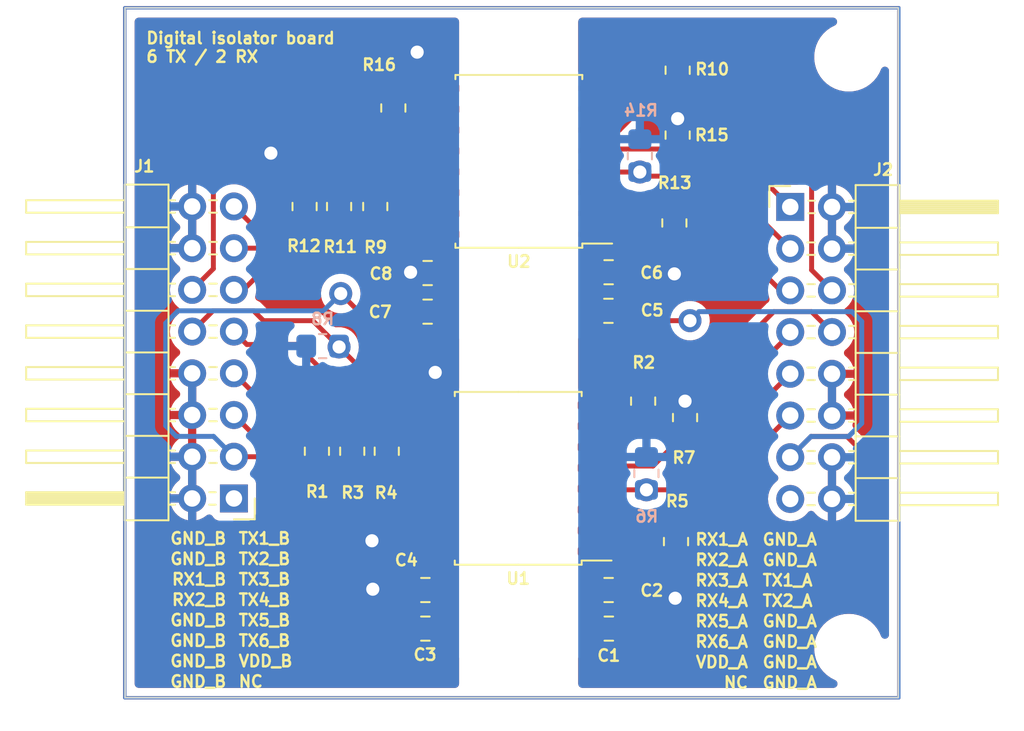
<source format=kicad_pcb>
(kicad_pcb (version 20211014) (generator pcbnew)
  (layers (0 "F.Cu" signal) (31 "B.Cu" signal) (34 "B.Paste" user) (35 "F.Paste" user) (36 "B.SilkS" user "B.Silkscreen") (37 "F.SilkS" user "F.Silkscreen") (38 "B.Mask" user) (39 "F.Mask" user) (44 "Edge.Cuts" user))
  (net 0 "")
  (net 1 "VDDA")
  (net 2 "GNDA")
  (net 3 "VDDB")
  (net 4 "GNDB")
  (net 5 "/TX1_B")
  (net 6 "/TX2_B")
  (net 7 "/TX3_B")
  (net 8 "/RX1_B")
  (net 9 "/TX4_B")
  (net 10 "/RX2_B")
  (net 11 "/TX5_B")
  (net 12 "/TX6_B")
  (net 13 "/RX6_A")
  (net 14 "/RX5_A")
  (net 15 "/RX4_A")
  (net 16 "/TX2_A")
  (net 17 "/RX3_A")
  (net 18 "/TX1_A")
  (net 19 "/RX2_A")
  (net 20 "/RX1_A")
  (net 21 "/adum241x1/TX1_B'")
  (net 22 "/adum241x1/TX1_A'")
  (net 23 "/adum241x1/TX2_B'")
  (net 24 "/adum241x1/TX3_B'")
  (net 25 "/adum241x/TX1_B'")
  (net 26 "/adum241x/TX1_A'")
  (net 27 "/adum241x/TX2_B'")
  (net 28 "/adum241x/TX3_B'")
  (footprint "MountingHole:MountingHole_3.2mm_M3" (layer "F.Cu") (at 119.76 70.7)
    (fp_text reference "H1" hide)
    (fp_text value "MountingHole")
    (pad "" np_thru_hole circle (at 0 0) (size 3.2 3.2) (drill 3.2) (layers *.Cu *.Mask))
  )
  (footprint "Package_SO:SOIC-16W_7.5x10.3mm_P1.27mm" (layer "F.Cu") (at 99.6875 41.05 180)
    (fp_text reference "U2" (at 0 -6.1) (layer "F.SilkS") (effects (font (size 0.7 0.7))))
    (fp_text value "ADuM1401xRW")
    (pad "1" smd roundrect (at -4.65 -4.445 180) (size 2.05 0.6) (layers "F.Cu" "F.Paste" "F.Mask") (net 1 "VDDA"))
    (pad "2" smd roundrect (at -4.65 -3.175 180) (size 2.05 0.6) (layers "F.Cu" "F.Paste" "F.Mask") (net 2 "GNDA"))
    (pad "3" smd roundrect (at -4.65 -1.905 180) (size 2.05 0.6) (layers "F.Cu" "F.Paste" "F.Mask") (net 17 "/RX3_A"))
    (pad "4" smd roundrect (at -4.65 -0.635 180) (size 2.05 0.6) (layers "F.Cu" "F.Paste" "F.Mask") (net 19 "/RX2_A"))
    (pad "5" smd roundrect (at -4.65 0.635 180) (size 2.05 0.6) (layers "F.Cu" "F.Paste" "F.Mask") (net 20 "/RX1_A"))
    (pad "6" smd roundrect (at -4.65 1.905 180) (size 2.05 0.6) (layers "F.Cu" "F.Paste" "F.Mask") (net 26 "/adum241x/TX1_A'"))
    (pad "7" smd roundrect (at -4.65 3.175 180) (size 2.05 0.6) (layers "F.Cu" "F.Paste" "F.Mask"))
    (pad "8" smd roundrect (at -4.65 4.445 180) (size 2.05 0.6) (layers "F.Cu" "F.Paste" "F.Mask") (net 2 "GNDA"))
    (pad "9" smd roundrect (at 4.65 4.445 180) (size 2.05 0.6) (layers "F.Cu" "F.Paste" "F.Mask") (net 4 "GNDB"))
    (pad "10" smd roundrect (at 4.65 3.175 180) (size 2.05 0.6) (layers "F.Cu" "F.Paste" "F.Mask"))
    (pad "11" smd roundrect (at 4.65 1.905 180) (size 2.05 0.6) (layers "F.Cu" "F.Paste" "F.Mask") (net 8 "/RX1_B"))
    (pad "12" smd roundrect (at 4.65 0.635 180) (size 2.05 0.6) (layers "F.Cu" "F.Paste" "F.Mask") (net 28 "/adum241x/TX3_B'"))
    (pad "13" smd roundrect (at 4.65 -0.635 180) (size 2.05 0.6) (layers "F.Cu" "F.Paste" "F.Mask") (net 27 "/adum241x/TX2_B'"))
    (pad "14" smd roundrect (at 4.65 -1.905 180) (size 2.05 0.6) (layers "F.Cu" "F.Paste" "F.Mask") (net 25 "/adum241x/TX1_B'"))
    (pad "15" smd roundrect (at 4.65 -3.175 180) (size 2.05 0.6) (layers "F.Cu" "F.Paste" "F.Mask") (net 4 "GNDB"))
    (pad "16" smd roundrect (at 4.65 -4.445 180) (size 2.05 0.6) (layers "F.Cu" "F.Paste" "F.Mask") (net 3 "VDDB"))
  )
  (footprint "Capacitor_SMD:C_0805_2012Metric_Pad1.18x1.45mm_HandSolder" (layer "F.Cu") (at 94.1375 50.2 180)
    (fp_text reference "C7" (at 2.8875 -0.02) (layer "F.SilkS") (effects (font (size 0.7 0.7))))
    (fp_text value "1uF")
    (pad "1" smd roundrect (at -1.0375 0 180) (size 1.175 1.45) (layers "F.Cu" "F.Paste" "F.Mask") (roundrect_rratio 0.212766) (net 3 "VDDB"))
    (pad "2" smd roundrect (at 1.0375 0 180) (size 1.175 1.45) (layers "F.Cu" "F.Paste" "F.Mask") (roundrect_rratio 0.212766) (net 4 "GNDB"))
  )
  (footprint "Resistor_SMD:R_0805_2012Metric_Pad1.20x1.40mm_HandSolder" (layer "F.Cu") (at 109.35 35.5 90)
    (fp_text reference "R10" (at 0.06 2.1 180) (layer "F.SilkS") (effects (font (size 0.7 0.7))))
    (fp_text value "47R")
    (pad "1" smd roundrect (at -1 0 90) (size 1.2 1.4) (layers "F.Cu" "F.Paste" "F.Mask") (roundrect_rratio 0.208333) (net 26 "/adum241x/TX1_A'"))
    (pad "2" smd roundrect (at 1 0 90) (size 1.2 1.4) (layers "F.Cu" "F.Paste" "F.Mask") (roundrect_rratio 0.208333) (net 18 "/TX1_A"))
  )
  (footprint "Resistor_SMD:R_0805_2012Metric_Pad1.20x1.40mm_HandSolder" (layer "F.Cu") (at 87.4 58.7 90)
    (fp_text reference "R1" (at -2.46 0.02 180) (layer "F.SilkS") (effects (font (size 0.7 0.7))))
    (fp_text value "47R")
    (pad "1" smd roundrect (at -1 0 90) (size 1.2 1.4) (layers "F.Cu" "F.Paste" "F.Mask") (roundrect_rratio 0.208333) (net 21 "/adum241x1/TX1_B'"))
    (pad "2" smd roundrect (at 1 0 90) (size 1.2 1.4) (layers "F.Cu" "F.Paste" "F.Mask") (roundrect_rratio 0.208333) (net 12 "/TX6_B"))
  )
  (footprint "Capacitor_SMD:C_0805_2012Metric_Pad1.18x1.45mm_HandSolder" (layer "F.Cu") (at 105.1375 50.15)
    (fp_text reference "C5" (at 2.6625 -0.03) (layer "F.SilkS") (effects (font (size 0.7 0.7))))
    (fp_text value "1uF")
    (pad "1" smd roundrect (at -1.0375 0) (size 1.175 1.45) (layers "F.Cu" "F.Paste" "F.Mask") (roundrect_rratio 0.212766) (net 1 "VDDA"))
    (pad "2" smd roundrect (at 1.0375 0) (size 1.175 1.45) (layers "F.Cu" "F.Paste" "F.Mask") (roundrect_rratio 0.212766) (net 2 "GNDA"))
  )
  (footprint "Connector_PinHeader_2.54mm:PinHeader_2x08_P2.54mm_Horizontal" (layer "F.Cu") (at 116.2 43.825)
    (fp_text reference "J2" (at 5.655 -2.27) (layer "F.SilkS") (effects (font (size 0.7 0.7))))
    (fp_text value "Conn_02x08_Odd_Even")
    (pad "1" thru_hole rect (at 0 0) (size 1.7 1.7) (drill 1) (layers *.Cu *.Mask) (net 20 "/RX1_A"))
    (pad "2" thru_hole oval (at 2.54 0) (size 1.7 1.7) (drill 1) (layers *.Cu *.Mask) (net 2 "GNDA"))
    (pad "3" thru_hole oval (at 0 2.54) (size 1.7 1.7) (drill 1) (layers *.Cu *.Mask) (net 19 "/RX2_A"))
    (pad "4" thru_hole oval (at 2.54 2.54) (size 1.7 1.7) (drill 1) (layers *.Cu *.Mask) (net 2 "GNDA"))
    (pad "5" thru_hole oval (at 0 5.08) (size 1.7 1.7) (drill 1) (layers *.Cu *.Mask) (net 17 "/RX3_A"))
    (pad "6" thru_hole oval (at 2.54 5.08) (size 1.7 1.7) (drill 1) (layers *.Cu *.Mask) (net 18 "/TX1_A"))
    (pad "7" thru_hole oval (at 0 7.62) (size 1.7 1.7) (drill 1) (layers *.Cu *.Mask) (net 15 "/RX4_A"))
    (pad "8" thru_hole oval (at 2.54 7.62) (size 1.7 1.7) (drill 1) (layers *.Cu *.Mask) (net 16 "/TX2_A"))
    (pad "9" thru_hole oval (at 0 10.16) (size 1.7 1.7) (drill 1) (layers *.Cu *.Mask) (net 14 "/RX5_A"))
    (pad "10" thru_hole oval (at 2.54 10.16) (size 1.7 1.7) (drill 1) (layers *.Cu *.Mask) (net 2 "GNDA"))
    (pad "11" thru_hole oval (at 0 12.7) (size 1.7 1.7) (drill 1) (layers *.Cu *.Mask) (net 13 "/RX6_A"))
    (pad "12" thru_hole oval (at 2.54 12.7) (size 1.7 1.7) (drill 1) (layers *.Cu *.Mask) (net 2 "GNDA"))
    (pad "13" thru_hole oval (at 0 15.24) (size 1.7 1.7) (drill 1) (layers *.Cu *.Mask) (net 1 "VDDA"))
    (pad "14" thru_hole oval (at 2.54 15.24) (size 1.7 1.7) (drill 1) (layers *.Cu *.Mask) (net 2 "GNDA"))
    (pad "15" thru_hole oval (at 0 17.78) (size 1.7 1.7) (drill 1) (layers *.Cu *.Mask))
    (pad "16" thru_hole oval (at 2.54 17.78) (size 1.7 1.7) (drill 1) (layers *.Cu *.Mask) (net 2 "GNDA"))
  )
  (footprint "Resistor_SMD:R_0805_2012Metric_Pad1.20x1.40mm_HandSolder" (layer "F.Cu") (at 88.75 43.8 -90)
    (fp_text reference "R11" (at 2.45 -0.07 180) (layer "F.SilkS") (effects (font (size 0.7 0.7))))
    (fp_text value "47R")
    (pad "1" smd roundrect (at -1 0 270) (size 1.2 1.4) (layers "F.Cu" "F.Paste" "F.Mask") (roundrect_rratio 0.208333) (net 27 "/adum241x/TX2_B'"))
    (pad "2" smd roundrect (at 1 0 270) (size 1.2 1.4) (layers "F.Cu" "F.Paste" "F.Mask") (roundrect_rratio 0.208333) (net 6 "/TX2_B"))
  )
  (footprint "Resistor_SMD:R_0805_2012Metric_Pad1.20x1.40mm_HandSolder" (layer "F.Cu") (at 109.8 56.65 90)
    (fp_text reference "R7" (at -2.44 -0.07) (layer "F.SilkS") (effects (font (size 0.7 0.7))))
    (fp_text value "100k")
    (pad "1" smd roundrect (at -1 0 90) (size 1.2 1.4) (layers "F.Cu" "F.Paste" "F.Mask") (roundrect_rratio 0.208333) (net 15 "/RX4_A"))
    (pad "2" smd roundrect (at 1 0 90) (size 1.2 1.4) (layers "F.Cu" "F.Paste" "F.Mask") (roundrect_rratio 0.208333) (net 2 "GNDA"))
  )
  (footprint "Capacitor_SMD:C_0805_2012Metric_Pad1.18x1.45mm_HandSolder" (layer "F.Cu") (at 94.1375 47.85 180)
    (fp_text reference "C8" (at 2.8375 -0.04) (layer "F.SilkS") (effects (font (size 0.7 0.7))))
    (fp_text value "100nF")
    (pad "1" smd roundrect (at -1.0375 0 180) (size 1.175 1.45) (layers "F.Cu" "F.Paste" "F.Mask") (roundrect_rratio 0.212766) (net 3 "VDDB"))
    (pad "2" smd roundrect (at 1.0375 0 180) (size 1.175 1.45) (layers "F.Cu" "F.Paste" "F.Mask") (roundrect_rratio 0.212766) (net 4 "GNDB"))
  )
  (footprint "Resistor_SMD:R_0805_2012Metric_Pad1.20x1.40mm_HandSolder" (layer "F.Cu") (at 89.55 58.7 90)
    (fp_text reference "R3" (at -2.52 0.03 180) (layer "F.SilkS") (effects (font (size 0.7 0.7))))
    (fp_text value "47R")
    (pad "1" smd roundrect (at -1 0 90) (size 1.2 1.4) (layers "F.Cu" "F.Paste" "F.Mask") (roundrect_rratio 0.208333) (net 23 "/adum241x1/TX2_B'"))
    (pad "2" smd roundrect (at 1 0 90) (size 1.2 1.4) (layers "F.Cu" "F.Paste" "F.Mask") (roundrect_rratio 0.208333) (net 11 "/TX5_B"))
  )
  (footprint "Capacitor_SMD:C_0805_2012Metric_Pad1.18x1.45mm_HandSolder" (layer "F.Cu") (at 105.15 67.15)
    (fp_text reference "C2" (at 2.63 0.03) (layer "F.SilkS") (effects (font (size 0.7 0.7))))
    (fp_text value "100nF")
    (pad "1" smd roundrect (at -1.0375 0) (size 1.175 1.45) (layers "F.Cu" "F.Paste" "F.Mask") (roundrect_rratio 0.212766) (net 1 "VDDA"))
    (pad "2" smd roundrect (at 1.0375 0) (size 1.175 1.45) (layers "F.Cu" "F.Paste" "F.Mask") (roundrect_rratio 0.212766) (net 2 "GNDA"))
  )
  (footprint "Resistor_SMD:R_0805_2012Metric_Pad1.20x1.40mm_HandSolder" (layer "F.Cu") (at 109.35 39.45 90)
    (fp_text reference "R15" (at 0 2.08 180) (layer "F.SilkS") (effects (font (size 0.7 0.7))))
    (fp_text value "100k")
    (pad "1" smd roundrect (at -1 0 90) (size 1.2 1.4) (layers "F.Cu" "F.Paste" "F.Mask") (roundrect_rratio 0.208333) (net 20 "/RX1_A"))
    (pad "2" smd roundrect (at 1 0 90) (size 1.2 1.4) (layers "F.Cu" "F.Paste" "F.Mask") (roundrect_rratio 0.208333) (net 2 "GNDA"))
  )
  (footprint "Connector_PinHeader_2.54mm:PinHeader_2x08_P2.54mm_Horizontal" (layer "F.Cu") (at 82.35 61.575 180)
    (fp_text reference "J1" (at 5.45 20.225) (layer "F.SilkS") (effects (font (size 0.7 0.7))))
    (fp_text value "Conn_02x08_Odd_Even")
    (pad "1" thru_hole rect (at 0 0 180) (size 1.7 1.7) (drill 1) (layers *.Cu *.Mask))
    (pad "2" thru_hole oval (at 2.54 0 180) (size 1.7 1.7) (drill 1) (layers *.Cu *.Mask) (net 4 "GNDB"))
    (pad "3" thru_hole oval (at 0 2.54 180) (size 1.7 1.7) (drill 1) (layers *.Cu *.Mask) (net 3 "VDDB"))
    (pad "4" thru_hole oval (at 2.54 2.54 180) (size 1.7 1.7) (drill 1) (layers *.Cu *.Mask) (net 4 "GNDB"))
    (pad "5" thru_hole oval (at 0 5.08 180) (size 1.7 1.7) (drill 1) (layers *.Cu *.Mask) (net 12 "/TX6_B"))
    (pad "6" thru_hole oval (at 2.54 5.08 180) (size 1.7 1.7) (drill 1) (layers *.Cu *.Mask) (net 4 "GNDB"))
    (pad "7" thru_hole oval (at 0 7.62 180) (size 1.7 1.7) (drill 1) (layers *.Cu *.Mask) (net 11 "/TX5_B"))
    (pad "8" thru_hole oval (at 2.54 7.62 180) (size 1.7 1.7) (drill 1) (layers *.Cu *.Mask) (net 4 "GNDB"))
    (pad "9" thru_hole oval (at 0 10.16 180) (size 1.7 1.7) (drill 1) (layers *.Cu *.Mask) (net 9 "/TX4_B"))
    (pad "10" thru_hole oval (at 2.54 10.16 180) (size 1.7 1.7) (drill 1) (layers *.Cu *.Mask) (net 10 "/RX2_B"))
    (pad "11" thru_hole oval (at 0 12.7 180) (size 1.7 1.7) (drill 1) (layers *.Cu *.Mask) (net 7 "/TX3_B"))
    (pad "12" thru_hole oval (at 2.54 12.7 180) (size 1.7 1.7) (drill 1) (layers *.Cu *.Mask) (net 8 "/RX1_B"))
    (pad "13" thru_hole oval (at 0 15.24 180) (size 1.7 1.7) (drill 1) (layers *.Cu *.Mask) (net 6 "/TX2_B"))
    (pad "14" thru_hole oval (at 2.54 15.24 180) (size 1.7 1.7) (drill 1) (layers *.Cu *.Mask) (net 4 "GNDB"))
    (pad "15" thru_hole oval (at 0 17.78 180) (size 1.7 1.7) (drill 1) (layers *.Cu *.Mask) (net 5 "/TX1_B"))
    (pad "16" thru_hole oval (at 2.54 17.78 180) (size 1.7 1.7) (drill 1) (layers *.Cu *.Mask) (net 4 "GNDB"))
  )
  (footprint "Resistor_SMD:R_0805_2012Metric_Pad1.20x1.40mm_HandSolder" (layer "F.Cu") (at 109.15 44.8 -90)
    (fp_text reference "R13" (at -2.44 -0.02 180) (layer "F.SilkS") (effects (font (size 0.7 0.7))))
    (fp_text value "100k")
    (pad "1" smd roundrect (at -1 0 270) (size 1.2 1.4) (layers "F.Cu" "F.Paste" "F.Mask") (roundrect_rratio 0.208333) (net 17 "/RX3_A"))
    (pad "2" smd roundrect (at 1 0 270) (size 1.2 1.4) (layers "F.Cu" "F.Paste" "F.Mask") (roundrect_rratio 0.208333) (net 2 "GNDA"))
  )
  (footprint "Package_SO:SOIC-16W_7.5x10.3mm_P1.27mm" (layer "F.Cu") (at 99.65 60.35 180)
    (fp_text reference "U1" (at 0 -6.1) (layer "F.SilkS") (effects (font (size 0.7 0.7))))
    (fp_text value "ADuM1401xRW")
    (pad "1" smd roundrect (at -4.65 -4.445 180) (size 2.05 0.6) (layers "F.Cu" "F.Paste" "F.Mask") (net 1 "VDDA"))
    (pad "2" smd roundrect (at -4.65 -3.175 180) (size 2.05 0.6) (layers "F.Cu" "F.Paste" "F.Mask") (net 2 "GNDA"))
    (pad "3" smd roundrect (at -4.65 -1.905 180) (size 2.05 0.6) (layers "F.Cu" "F.Paste" "F.Mask") (net 13 "/RX6_A"))
    (pad "4" smd roundrect (at -4.65 -0.635 180) (size 2.05 0.6) (layers "F.Cu" "F.Paste" "F.Mask") (net 14 "/RX5_A"))
    (pad "5" smd roundrect (at -4.65 0.635 180) (size 2.05 0.6) (layers "F.Cu" "F.Paste" "F.Mask") (net 15 "/RX4_A"))
    (pad "6" smd roundrect (at -4.65 1.905 180) (size 2.05 0.6) (layers "F.Cu" "F.Paste" "F.Mask") (net 22 "/adum241x1/TX1_A'"))
    (pad "7" smd roundrect (at -4.65 3.175 180) (size 2.05 0.6) (layers "F.Cu" "F.Paste" "F.Mask"))
    (pad "8" smd roundrect (at -4.65 4.445 180) (size 2.05 0.6) (layers "F.Cu" "F.Paste" "F.Mask") (net 2 "GNDA"))
    (pad "9" smd roundrect (at 4.65 4.445 180) (size 2.05 0.6) (layers "F.Cu" "F.Paste" "F.Mask") (net 4 "GNDB"))
    (pad "10" smd roundrect (at 4.65 3.175 180) (size 2.05 0.6) (layers "F.Cu" "F.Paste" "F.Mask"))
    (pad "11" smd roundrect (at 4.65 1.905 180) (size 2.05 0.6) (layers "F.Cu" "F.Paste" "F.Mask") (net 10 "/RX2_B"))
    (pad "12" smd roundrect (at 4.65 0.635 180) (size 2.05 0.6) (layers "F.Cu" "F.Paste" "F.Mask") (net 24 "/adum241x1/TX3_B'"))
    (pad "13" smd roundrect (at 4.65 -0.635 180) (size 2.05 0.6) (layers "F.Cu" "F.Paste" "F.Mask") (net 23 "/adum241x1/TX2_B'"))
    (pad "14" smd roundrect (at 4.65 -1.905 180) (size 2.05 0.6) (layers "F.Cu" "F.Paste" "F.Mask") (net 21 "/adum241x1/TX1_B'"))
    (pad "15" smd roundrect (at 4.65 -3.175 180) (size 2.05 0.6) (layers "F.Cu" "F.Paste" "F.Mask") (net 4 "GNDB"))
    (pad "16" smd roundrect (at 4.65 -4.445 180) (size 2.05 0.6) (layers "F.Cu" "F.Paste" "F.Mask") (net 3 "VDDB"))
  )
  (footprint "Capacitor_SMD:C_0805_2012Metric_Pad1.18x1.45mm_HandSolder" (layer "F.Cu") (at 94 69.5 180)
    (fp_text reference "C3" (at 0.02 -1.59) (layer "F.SilkS") (effects (font (size 0.7 0.7))))
    (fp_text value "1uF")
    (pad "1" smd roundrect (at -1.0375 0 180) (size 1.175 1.45) (layers "F.Cu" "F.Paste" "F.Mask") (roundrect_rratio 0.212766) (net 3 "VDDB"))
    (pad "2" smd roundrect (at 1.0375 0 180) (size 1.175 1.45) (layers "F.Cu" "F.Paste" "F.Mask") (roundrect_rratio 0.212766) (net 4 "GNDB"))
  )
  (footprint "Capacitor_SMD:C_0805_2012Metric_Pad1.18x1.45mm_HandSolder" (layer "F.Cu") (at 105.1625 69.5)
    (fp_text reference "C1" (at -0.0025 1.64) (layer "F.SilkS") (effects (font (size 0.7 0.7))))
    (fp_text value "1uF")
    (pad "1" smd roundrect (at -1.0375 0) (size 1.175 1.45) (layers "F.Cu" "F.Paste" "F.Mask") (roundrect_rratio 0.212766) (net 1 "VDDA"))
    (pad "2" smd roundrect (at 1.0375 0) (size 1.175 1.45) (layers "F.Cu" "F.Paste" "F.Mask") (roundrect_rratio 0.212766) (net 2 "GNDA"))
  )
  (footprint "Resistor_SMD:R_0805_2012Metric_Pad1.20x1.40mm_HandSolder" (layer "F.Cu") (at 107.25 55.65 90)
    (fp_text reference "R2" (at 2.35 0.04 180) (layer "F.SilkS") (effects (font (size 0.7 0.7))))
    (fp_text value "47R")
    (pad "1" smd roundrect (at -1 0 90) (size 1.2 1.4) (layers "F.Cu" "F.Paste" "F.Mask") (roundrect_rratio 0.208333) (net 22 "/adum241x1/TX1_A'"))
    (pad "2" smd roundrect (at 1 0 90) (size 1.2 1.4) (layers "F.Cu" "F.Paste" "F.Mask") (roundrect_rratio 0.208333) (net 16 "/TX2_A"))
  )
  (footprint "Resistor_SMD:R_0805_2012Metric_Pad1.20x1.40mm_HandSolder" (layer "F.Cu") (at 91.65 58.7 90)
    (fp_text reference "R4" (at -2.53 -0.04 180) (layer "F.SilkS") (effects (font (size 0.7 0.7))))
    (fp_text value "47R")
    (pad "1" smd roundrect (at -1 0 90) (size 1.2 1.4) (layers "F.Cu" "F.Paste" "F.Mask") (roundrect_rratio 0.208333) (net 24 "/adum241x1/TX3_B'"))
    (pad "2" smd roundrect (at 1 0 90) (size 1.2 1.4) (layers "F.Cu" "F.Paste" "F.Mask") (roundrect_rratio 0.208333) (net 9 "/TX4_B"))
  )
  (footprint "Resistor_SMD:R_0805_2012Metric_Pad1.20x1.40mm_HandSolder" (layer "F.Cu") (at 86.65 43.8 -90)
    (fp_text reference "R12" (at 2.4 0.04 180) (layer "F.SilkS") (effects (font (size 0.7 0.7))))
    (fp_text value "47R")
    (pad "1" smd roundrect (at -1 0 270) (size 1.2 1.4) (layers "F.Cu" "F.Paste" "F.Mask") (roundrect_rratio 0.208333) (net 28 "/adum241x/TX3_B'"))
    (pad "2" smd roundrect (at 1 0 270) (size 1.2 1.4) (layers "F.Cu" "F.Paste" "F.Mask") (roundrect_rratio 0.208333) (net 5 "/TX1_B"))
  )
  (footprint "Resistor_SMD:R_0805_2012Metric_Pad1.20x1.40mm_HandSolder" (layer "F.Cu") (at 109.25 64.2 -90)
    (fp_text reference "R5" (at -2.46 -0.08 180) (layer "F.SilkS") (effects (font (size 0.7 0.7))))
    (fp_text value "100k")
    (pad "1" smd roundrect (at -1 0 270) (size 1.2 1.4) (layers "F.Cu" "F.Paste" "F.Mask") (roundrect_rratio 0.208333) (net 13 "/RX6_A"))
    (pad "2" smd roundrect (at 1 0 270) (size 1.2 1.4) (layers "F.Cu" "F.Paste" "F.Mask") (roundrect_rratio 0.208333) (net 2 "GNDA"))
  )
  (footprint "Capacitor_SMD:C_0805_2012Metric_Pad1.18x1.45mm_HandSolder" (layer "F.Cu") (at 105.15 47.8)
    (fp_text reference "C6" (at 2.62 0.03) (layer "F.SilkS") (effects (font (size 0.7 0.7))))
    (fp_text value "100nF")
    (pad "1" smd roundrect (at -1.0375 0) (size 1.175 1.45) (layers "F.Cu" "F.Paste" "F.Mask") (roundrect_rratio 0.212766) (net 1 "VDDA"))
    (pad "2" smd roundrect (at 1.0375 0) (size 1.175 1.45) (layers "F.Cu" "F.Paste" "F.Mask") (roundrect_rratio 0.212766) (net 2 "GNDA"))
  )
  (footprint "Resistor_SMD:R_0805_2012Metric_Pad1.20x1.40mm_HandSolder" (layer "F.Cu") (at 90.95 43.8 -90)
    (fp_text reference "R9" (at 2.48 -0.02 180) (layer "F.SilkS") (effects (font (size 0.7 0.7))))
    (fp_text value "47R")
    (pad "1" smd roundrect (at -1 0 270) (size 1.2 1.4) (layers "F.Cu" "F.Paste" "F.Mask") (roundrect_rratio 0.208333) (net 25 "/adum241x/TX1_B'"))
    (pad "2" smd roundrect (at 1 0 270) (size 1.2 1.4) (layers "F.Cu" "F.Paste" "F.Mask") (roundrect_rratio 0.208333) (net 7 "/TX3_B"))
  )
  (footprint "MountingHole:MountingHole_3.2mm_M3" (layer "F.Cu") (at 119.76 34.7)
    (fp_text reference "H2" hide)
    (fp_text value "MountingHole")
    (pad "" np_thru_hole circle (at 0 0) (size 3.2 3.2) (drill 3.2) (layers *.Cu *.Mask))
  )
  (footprint "Resistor_SMD:R_0805_2012Metric_Pad1.20x1.40mm_HandSolder" (layer "F.Cu") (at 92.05 37.8 90)
    (fp_text reference "R16" (at 2.63 -0.86) (layer "F.SilkS") (effects (font (size 0.7 0.7))))
    (fp_text value "100k")
    (pad "1" smd roundrect (at -1 0 90) (size 1.2 1.4) (layers "F.Cu" "F.Paste" "F.Mask") (roundrect_rratio 0.208333) (net 8 "/RX1_B"))
    (pad "2" smd roundrect (at 1 0 90) (size 1.2 1.4) (layers "F.Cu" "F.Paste" "F.Mask") (roundrect_rratio 0.208333) (net 4 "GNDB"))
  )
  (footprint "Capacitor_SMD:C_0805_2012Metric_Pad1.18x1.45mm_HandSolder" (layer "F.Cu") (at 94 67.15 180)
    (fp_text reference "C4" (at 1.16 1.82) (layer "F.SilkS") (effects (font (size 0.7 0.7))))
    (fp_text value "100nF")
    (pad "1" smd roundrect (at -1.0375 0 180) (size 1.175 1.45) (layers "F.Cu" "F.Paste" "F.Mask") (roundrect_rratio 0.212766) (net 3 "VDDB"))
    (pad "2" smd roundrect (at 1.0375 0 180) (size 1.175 1.45) (layers "F.Cu" "F.Paste" "F.Mask") (roundrect_rratio 0.212766) (net 4 "GNDB"))
  )
  (footprint "Resistor_SMD:R_0805_2012Metric_Pad1.20x1.40mm_HandSolder" (layer "B.Cu") (at 107.45 60.05 90)
    (fp_text reference "R6" (at -2.62 0.02) (layer "B.SilkS") (effects (font (size 0.7 0.7)) (justify mirror)))
    (fp_text value "100k")
    (pad "1" smd roundrect (at -1 0 90) (size 1.2 1.4) (layers "B.Cu" "B.Paste" "B.Mask") (roundrect_rratio 0.208333) (net 14 "/RX5_A"))
    (pad "2" smd roundrect (at 1 0 90) (size 1.2 1.4) (layers "B.Cu" "B.Paste" "B.Mask") (roundrect_rratio 0.208333) (net 2 "GNDA"))
  )
  (footprint "Resistor_SMD:R_0805_2012Metric_Pad1.20x1.40mm_HandSolder" (layer "B.Cu") (at 87.75 52.3 180)
    (fp_text reference "R8" (at 0 1.65) (layer "B.SilkS") (effects (font (size 0.7 0.7)) (justify mirror)))
    (fp_text value "100k")
    (pad "1" smd roundrect (at -1 0 180) (size 1.2 1.4) (layers "B.Cu" "B.Paste" "B.Mask") (roundrect_rratio 0.208333) (net 10 "/RX2_B"))
    (pad "2" smd roundrect (at 1 0 180) (size 1.2 1.4) (layers "B.Cu" "B.Paste" "B.Mask") (roundrect_rratio 0.208333) (net 4 "GNDB"))
  )
  (footprint "Resistor_SMD:R_0805_2012Metric_Pad1.20x1.40mm_HandSolder" (layer "B.Cu") (at 107.05 40.7 90)
    (fp_text reference "R14" (at 2.75 0.07 180) (layer "B.SilkS") (effects (font (size 0.7 0.7)) (justify mirror)))
    (fp_text value "100k")
    (pad "1" smd roundrect (at -1 0 90) (size 1.2 1.4) (layers "B.Cu" "B.Paste" "B.Mask") (roundrect_rratio 0.208333) (net 19 "/RX2_A"))
    (pad "2" smd roundrect (at 1 0 90) (size 1.2 1.4) (layers "B.Cu" "B.Paste" "B.Mask") (roundrect_rratio 0.208333) (net 2 "GNDA"))
  )
  (gr_line (start 75.71 73.71) (end 75.71 31.7) (layer "F.Cu") (width 0.2))
  (gr_line (start 122.81 31.7) (end 122.81 73.71) (layer "F.Cu") (width 0.2))
  (gr_line (start 122.81 73.71) (end 75.71 73.71) (layer "F.Cu") (width 0.2))
  (gr_line (start 75.71 31.7) (end 122.81 31.7) (layer "F.Cu") (width 0.2))
  (gr_line (start 122.81 31.7) (end 122.81 73.71) (layer "B.Cu") (width 0.2))
  (gr_line (start 75.71 31.7) (end 122.81 31.7) (layer "B.Cu") (width 0.2))
  (gr_line (start 75.71 73.71) (end 75.71 31.7) (layer "B.Cu") (width 0.2))
  (gr_line (start 122.81 73.71) (end 75.71 73.71) (layer "B.Cu") (width 0.2))
  (gr_rect (start 75.725 31.7) (end 122.775 73.7) (layer "Edge.Cuts") (width 0.1) (fill none))
  (gr_text "GND_A" (at 114.44 65.317145) (layer "F.SilkS") (effects (font (size 0.7 0.7)) (justify left)))
  (gr_text "GND_A" (at 114.44 69.05) (layer "F.SilkS") (effects (font (size 0.7 0.7)) (justify left)))
  (gr_text "GND_B" (at 78.4 64.01143) (layer "F.SilkS") (effects (font (size 0.7 0.7)) (justify left)))
  (gr_text "RX3_A" (at 110.346666 66.56143) (layer "F.SilkS") (effects (font (size 0.7 0.7)) (justify left)))
  (gr_text "GND_A" (at 114.44 72.782855) (layer "F.SilkS") (effects (font (size 0.7 0.7)) (justify left)))
  (gr_text "TX1_B" (at 82.56 64.01143) (layer "F.SilkS") (effects (font (size 0.7 0.7)) (justify left)))
  (gr_text "TX2_A" (at 114.44 67.805715) (layer "F.SilkS") (effects (font (size 0.7 0.7)) (justify left)))
  (gr_text "GND_A" (at 114.44 64.07286) (layer "F.SilkS") (effects (font (size 0.7 0.7)) (justify left)))
  (gr_text "RX1_B" (at 78.5 66.5) (layer "F.SilkS") (effects (font (size 0.7 0.7)) (justify left)))
  (gr_text "GND_B" (at 78.4 70.232855) (layer "F.SilkS") (effects (font (size 0.7 0.7)) (justify left)))
  (gr_text "GND_B" (at 78.4 71.47714) (layer "F.SilkS") (effects (font (size 0.7 0.7)) (justify left)))
  (gr_text "RX2_B" (at 78.5 67.744285) (layer "F.SilkS") (effects (font (size 0.7 0.7)) (justify left)))
  (gr_text "NC" (at 112.08 72.782855) (layer "F.SilkS") (effects (font (size 0.7 0.7)) (justify left)))
  (gr_text "TX3_B" (at 82.56 66.5) (layer "F.SilkS") (effects (font (size 0.7 0.7)) (justify left)))
  (gr_text "TX2_B" (at 82.56 65.255715) (layer "F.SilkS") (effects (font (size 0.7 0.7)) (justify left)))
  (gr_text "RX4_A" (at 110.346666 67.805715) (layer "F.SilkS") (effects (font (size 0.7 0.7)) (justify left)))
  (gr_text "TX1_A" (at 114.44 66.56143) (layer "F.SilkS") (effects (font (size 0.7 0.7)) (justify left)))
  (gr_text "TX6_B" (at 82.56 70.232855) (layer "F.SilkS") (effects (font (size 0.7 0.7)) (justify left)))
  (gr_text "Digital isolator board\n6 TX / 2 RX" (at 76.94 34.11) (layer "F.SilkS") (effects (font (size 0.7 0.7)) (justify left)))
  (gr_text "TX5_B" (at 82.56 68.98857) (layer "F.SilkS") (effects (font (size 0.7 0.7)) (justify left)))
  (gr_text "VDD_A" (at 110.38 71.53857) (layer "F.SilkS") (effects (font (size 0.7 0.7)) (justify left)))
  (gr_text "GND_A" (at 114.44 70.294285) (layer "F.SilkS") (effects (font (size 0.7 0.7)) (justify left)))
  (gr_text "RX2_A" (at 110.346666 65.317145) (layer "F.SilkS") (effects (font (size 0.7 0.7)) (justify left)))
  (gr_text "RX6_A" (at 110.346666 70.294285) (layer "F.SilkS") (effects (font (size 0.7 0.7)) (justify left)))
  (gr_text "NC" (at 82.56 72.721425) (layer "F.SilkS") (effects (font (size 0.7 0.7)) (justify left)))
  (gr_text "GND_A" (at 114.44 71.53857) (layer "F.SilkS") (effects (font (size 0.7 0.7)) (justify left)))
  (gr_text "TX4_B" (at 82.56 67.744285) (layer "F.SilkS") (effects (font (size 0.7 0.7)) (justify left)))
  (gr_text "GND_B" (at 78.4 68.98857) (layer "F.SilkS") (effects (font (size 0.7 0.7)) (justify left)))
  (gr_text "VDD_B" (at 82.56 71.47714) (layer "F.SilkS") (effects (font (size 0.7 0.7)) (justify left)))
  (gr_text "GND_B" (at 78.4 65.255715) (layer "F.SilkS") (effects (font (size 0.7 0.7)) (justify left)))
  (gr_text "GND_B" (at 78.4 72.721425) (layer "F.SilkS") (effects (font (size 0.7 0.7)) (justify left)))
  (gr_text "RX1_A" (at 110.346666 64.07286) (layer "F.SilkS") (effects (font (size 0.7 0.7)) (justify left)))
  (gr_text "RX5_A" (at 110.346666 69.05) (layer "F.SilkS") (effects (font (size 0.7 0.7)) (justify left)))
  (segment (start 104.1 51.15) (end 104.1 50.15) (width 0.3) (layer "F.Cu") (net 1))
  (segment (start 105.05 71.55) (end 104.125 70.625) (width 0.3) (layer "F.Cu") (net 1))
  (segment (start 104.125 69.5) (end 104.125 67.1625) (width 0.3) (layer "F.Cu") (net 1))
  (segment (start 104.1125 67.15) (end 104.1125 64.9825) (width 0.3) (layer "F.Cu") (net 1))
  (segment (start 104.1 47.8125) (end 104.1125 47.8) (width 0.3) (layer "F.Cu") (net 1))
  (segment (start 112.47 71.55) (end 105.05 71.55) (width 0.3) (layer "F.Cu") (net 1))
  (segment (start 104.125 70.625) (end 104.125 69.5) (width 0.3) (layer "F.Cu") (net 1))
  (segment (start 104.1125 45.72) (end 104.3375 45.495) (width 0.3) (layer "F.Cu") (net 1))
  (segment (start 104.1125 47.8) (end 104.1125 45.72) (width 0.3) (layer "F.Cu") (net 1))
  (segment (start 110.1 50.75) (end 108.85 50.75) (width 0.3) (layer "F.Cu") (net 1))
  (segment (start 104.125 67.1625) (end 104.1125 67.15) (width 0.3) (layer "F.Cu") (net 1))
  (segment (start 116.2 59.065) (end 117.465 57.8) (width 0.3) (layer "F.Cu") (net 1))
  (segment (start 104.1125 64.9825) (end 104.3 64.795) (width 0.3) (layer "F.Cu") (net 1))
  (segment (start 120.35 58.5) (end 120.35 63.67) (width 0.3) (layer "F.Cu") (net 1))
  (segment (start 117.465 57.8) (end 119.65 57.8) (width 0.3) (layer "F.Cu") (net 1))
  (segment (start 120.35 63.67) (end 112.47 71.55) (width 0.3) (layer "F.Cu") (net 1))
  (segment (start 108.85 50.75) (end 107.7 51.9) (width 0.3) (layer "F.Cu") (net 1))
  (segment (start 119.65 57.8) (end 120.35 58.5) (width 0.3) (layer "F.Cu") (net 1))
  (segment (start 104.85 51.9) (end 104.1 51.15) (width 0.3) (layer "F.Cu") (net 1))
  (segment (start 107.7 51.9) (end 104.85 51.9) (width 0.3) (layer "F.Cu") (net 1))
  (segment (start 104.1 50.15) (end 104.1 47.8125) (width 0.3) (layer "F.Cu") (net 1))
  (via (at 110.1 50.75) (size 1.4) (drill 0.8) (layers "F.Cu" "B.Cu") (net 1))
  (segment (start 110.65 50.2) (end 119.95 50.2) (width 0.3) (layer "B.Cu") (net 1))
  (segment (start 119.95 50.2) (end 120.55 50.8) (width 0.3) (layer "B.Cu") (net 1))
  (segment (start 117.465 57.8) (end 116.2 59.065) (width 0.3) (layer "B.Cu") (net 1))
  (segment (start 119.75 57.8) (end 117.465 57.8) (width 0.3) (layer "B.Cu") (net 1))
  (segment (start 110.1 50.75) (end 110.65 50.2) (width 0.3) (layer "B.Cu") (net 1))
  (segment (start 120.55 57) (end 119.75 57.8) (width 0.3) (layer "B.Cu") (net 1))
  (segment (start 120.55 50.8) (end 120.55 57) (width 0.3) (layer "B.Cu") (net 1))
  (segment (start 104.3 63.525) (end 105.575 63.525) (width 0.3) (layer "F.Cu") (net 2))
  (segment (start 105.575 63.525) (end 106.6 64.55) (width 0.3) (layer "F.Cu") (net 2))
  (via (at 109.35 38.45) (size 1.4) (drill 0.8) (layers "F.Cu" "B.Cu") (net 2))
  (via (at 109.2 67.65) (size 1.4) (drill 0.8) (layers "F.Cu" "B.Cu") (net 2))
  (via (at 109.15 47.9) (size 1.4) (drill 0.8) (layers "F.Cu" "B.Cu") (net 2))
  (via (at 109.8 55.65) (size 1.4) (drill 0.8) (layers "F.Cu" "B.Cu") (net 2))
  (segment (start 95.175 47.85) (end 95.175 45.6325) (width 0.3) (layer "F.Cu") (net 3))
  (segment (start 91.6 51.85) (end 94.55 51.85) (width 0.3) (layer "F.Cu") (net 3))
  (segment (start 94.15 71.7) (end 95.0375 70.8125) (width 0.3) (layer "F.Cu") (net 3))
  (segment (start 87.65 71.7) (end 94.15 71.7) (width 0.3) (layer "F.Cu") (net 3))
  (segment (start 88.85 49.1) (end 91.6 51.85) (width 0.3) (layer "F.Cu") (net 3))
  (segment (start 83.735 59.035) (end 85.25 60.55) (width 0.3) (layer "F.Cu") (net 3))
  (segment (start 95.0375 67.15) (end 95.0375 64.8325) (width 0.3) (layer "F.Cu") (net 3))
  (segment (start 95.175 50.2) (end 95.175 47.85) (width 0.3) (layer "F.Cu") (net 3))
  (segment (start 95.0375 64.8325) (end 95 64.795) (width 0.3) (layer "F.Cu") (net 3))
  (segment (start 95.175 45.6325) (end 95.0375 45.495) (width 0.3) (layer "F.Cu") (net 3))
  (segment (start 85.25 69.3) (end 87.65 71.7) (width 0.3) (layer "F.Cu") (net 3))
  (segment (start 94.995 64.8) (end 95 64.795) (width 0.3) (layer "F.Cu") (net 3))
  (segment (start 95.0375 70.8125) (end 95.0375 69.5) (width 0.3) (layer "F.Cu") (net 3))
  (segment (start 94.55 51.85) (end 95.175 51.225) (width 0.3) (layer "F.Cu") (net 3))
  (segment (start 95.175 51.225) (end 95.175 50.2) (width 0.3) (layer "F.Cu") (net 3))
  (segment (start 82.35 59.035) (end 83.735 59.035) (width 0.3) (layer "F.Cu") (net 3))
  (segment (start 95.0375 69.5) (end 95.0375 67.15) (width 0.3) (layer "F.Cu") (net 3))
  (segment (start 85.25 60.55) (end 85.25 69.3) (width 0.3) (layer "F.Cu") (net 3))
  (via (at 88.85 49.1) (size 1.4) (drill 0.8) (layers "F.Cu" "B.Cu") (net 3))
  (segment (start 78.2 50.9) (end 78.2 57.15) (width 0.3) (layer "B.Cu") (net 3))
  (segment (start 88.85 49.1) (end 87.8 50.15) (width 0.3) (layer "B.Cu") (net 3))
  (segment (start 78.95 50.15) (end 78.2 50.9) (width 0.3) (layer "B.Cu") (net 3))
  (segment (start 81.111077 57.796077) (end 82.35 59.035) (width 0.3) (layer "B.Cu") (net 3))
  (segment (start 87.8 50.15) (end 78.95 50.15) (width 0.3) (layer "B.Cu") (net 3))
  (segment (start 78.2 57.15) (end 78.846077 57.796077) (width 0.3) (layer "B.Cu") (net 3))
  (segment (start 78.846077 57.796077) (end 81.111077 57.796077) (width 0.3) (layer "B.Cu") (net 3))
  (via (at 84.6 40.55) (size 1.4) (drill 0.8) (layers "F.Cu" "B.Cu") (net 4))
  (via (at 90.75 64.15) (size 1.4) (drill 0.8) (layers "F.Cu" "B.Cu") (net 4))
  (via (at 93.5 34.4) (size 1.4) (drill 0.8) (layers "F.Cu" "B.Cu") (net 4))
  (via (at 94.6 53.9) (size 1.4) (drill 0.8) (layers "F.Cu" "B.Cu") (net 4))
  (via (at 90.8 67.1) (size 1.4) (drill 0.8) (layers "F.Cu" "B.Cu") (net 4))
  (via (at 93.1 47.8) (size 1.4) (drill 0.8) (layers "F.Cu" "B.Cu") (net 4))
  (segment (start 86.65 44.8) (end 83.355 44.8) (width 0.3) (layer "F.Cu") (net 5))
  (segment (start 83.355 44.8) (end 82.35 43.795) (width 0.3) (layer "F.Cu") (net 5))
  (segment (start 82.35 46.335) (end 88.065 46.335) (width 0.3) (layer "F.Cu") (net 6))
  (segment (start 88.065 46.335) (end 88.75 45.65) (width 0.3) (layer "F.Cu") (net 6))
  (segment (start 88.75 45.65) (end 88.75 44.8) (width 0.3) (layer "F.Cu") (net 6))
  (segment (start 82.925 48.875) (end 84.6 47.2) (width 0.3) (layer "F.Cu") (net 7))
  (segment (start 84.6 47.2) (end 89.75 47.2) (width 0.3) (layer "F.Cu") (net 7))
  (segment (start 90.95 46) (end 90.95 44.8) (width 0.3) (layer "F.Cu") (net 7))
  (segment (start 89.75 47.2) (end 90.95 46) (width 0.3) (layer "F.Cu") (net 7))
  (segment (start 82.35 48.875) (end 82.925 48.875) (width 0.3) (layer "F.Cu") (net 7))
  (segment (start 82.7 38.8) (end 92.05 38.8) (width 0.3) (layer "F.Cu") (net 8))
  (segment (start 92.05 39.15) (end 95.0325 39.15) (width 0.3) (layer "F.Cu") (net 8))
  (segment (start 81.1 40.4) (end 82.7 38.8) (width 0.3) (layer "F.Cu") (net 8))
  (segment (start 79.81 48.875) (end 81.1 47.585) (width 0.3) (layer "F.Cu") (net 8))
  (segment (start 95.0325 39.15) (end 95.0375 39.145) (width 0.3) (layer "F.Cu") (net 8))
  (segment (start 81.1 47.585) (end 81.1 40.4) (width 0.3) (layer "F.Cu") (net 8))
  (segment (start 86.15 52.2) (end 91.65 57.7) (width 0.3) (layer "F.Cu") (net 9))
  (segment (start 83.135 52.2) (end 86.15 52.2) (width 0.3) (layer "F.Cu") (net 9))
  (segment (start 82.35 51.415) (end 83.135 52.2) (width 0.3) (layer "F.Cu") (net 9))
  (segment (start 93.2 56.8) (end 93.2 58.05) (width 0.3) (layer "F.Cu") (net 10))
  (segment (start 84.15 50.75) (end 83.55 50.15) (width 0.3) (layer "F.Cu") (net 10))
  (segment (start 83.55 50.15) (end 81.075 50.15) (width 0.3) (layer "F.Cu") (net 10))
  (segment (start 81.075 50.15) (end 79.81 51.415) (width 0.3) (layer "F.Cu") (net 10))
  (segment (start 93.595 58.445) (end 95 58.445) (width 0.3) (layer "F.Cu") (net 10))
  (segment (start 88.75 52.35) (end 93.2 56.8) (width 0.3) (layer "F.Cu") (net 10))
  (segment (start 88.75 52.35) (end 87.15 50.75) (width 0.3) (layer "F.Cu") (net 10))
  (segment (start 87.15 50.75) (end 84.15 50.75) (width 0.3) (layer "F.Cu") (net 10))
  (segment (start 93.2 58.05) (end 93.595 58.445) (width 0.3) (layer "F.Cu") (net 10))
  (via (at 88.75 52.35) (size 1.4) (drill 0.8) (layers "F.Cu" "B.Cu") (net 10))
  (segment (start 87 54.95) (end 89.55 57.5) (width 0.3) (layer "F.Cu") (net 11))
  (segment (start 82.35 53.955) (end 83.345 54.95) (width 0.3) (layer "F.Cu") (net 11))
  (segment (start 89.55 57.5) (end 89.55 57.7) (width 0.3) (layer "F.Cu") (net 11))
  (segment (start 83.345 54.95) (end 87 54.95) (width 0.3) (layer "F.Cu") (net 11))
  (segment (start 83.455 57.6) (end 86.9 57.6) (width 0.3) (layer "F.Cu") (net 12))
  (segment (start 82.35 56.495) (end 83.455 57.6) (width 0.3) (layer "F.Cu") (net 12))
  (segment (start 109.525 63.2) (end 116.2 56.525) (width 0.3) (layer "F.Cu") (net 13))
  (segment (start 109.2 63.25) (end 109.25 63.2) (width 0.3) (layer "F.Cu") (net 13))
  (segment (start 104.3 62.255) (end 105.555 62.255) (width 0.3) (layer "F.Cu") (net 13))
  (segment (start 106.55 63.25) (end 109.2 63.25) (width 0.3) (layer "F.Cu") (net 13))
  (segment (start 109.25 63.2) (end 109.525 63.2) (width 0.3) (layer "F.Cu") (net 13))
  (segment (start 105.555 62.255) (end 106.55 63.25) (width 0.3) (layer "F.Cu") (net 13))
  (segment (start 109.135 61.05) (end 107.45 61.05) (width 0.3) (layer "F.Cu") (net 14))
  (segment (start 107.45 61.05) (end 104.365 61.05) (width 0.3) (layer "F.Cu") (net 14))
  (segment (start 116.2 53.985) (end 109.135 61.05) (width 0.3) (layer "F.Cu") (net 14))
  (segment (start 104.365 61.05) (end 104.3 60.985) (width 0.3) (layer "F.Cu") (net 14))
  (via (at 107.45 61.05) (size 1.4) (drill 0.8) (layers "F.Cu" "B.Cu") (net 14))
  (segment (start 104.415 59.6) (end 107.85 59.6) (width 0.3) (layer "F.Cu") (net 15))
  (segment (start 104.3 59.715) (end 104.415 59.6) (width 0.3) (layer "F.Cu") (net 15))
  (segment (start 107.85 59.6) (end 109.8 57.65) (width 0.3) (layer "F.Cu") (net 15))
  (segment (start 110.1 57.65) (end 116.2 51.55) (width 0.3) (layer "F.Cu") (net 15))
  (segment (start 116.2 51.55) (end 116.2 51.445) (width 0.3) (layer "F.Cu") (net 15))
  (segment (start 109.8 57.65) (end 110.1 57.65) (width 0.3) (layer "F.Cu") (net 15))
  (segment (start 107.95 54.65) (end 109.5 53.1) (width 0.3) (layer "F.Cu") (net 16))
  (segment (start 107.25 54.65) (end 107.95 54.65) (width 0.3) (layer "F.Cu") (net 16))
  (segment (start 117.495 50.2) (end 118.74 51.445) (width 0.3) (layer "F.Cu") (net 16))
  (segment (start 115.198971 50.2) (end 117.495 50.2) (width 0.3) (layer "F.Cu") (net 16))
  (segment (start 109.5 53.1) (end 112.298971 53.1) (width 0.3) (layer "F.Cu") (net 16))
  (segment (start 112.298971 53.1) (end 115.198971 50.2) (width 0.3) (layer "F.Cu") (net 16))
  (segment (start 108.45 43.1) (end 109.15 43.8) (width 0.3) (layer "F.Cu") (net 17))
  (segment (start 110.5 43.8) (end 115.605 48.905) (width 0.3) (layer "F.Cu") (net 17))
  (segment (start 115.605 48.905) (end 116.2 48.905) (width 0.3) (layer "F.Cu") (net 17))
  (segment (start 109.15 43.8) (end 110.5 43.8) (width 0.3) (layer "F.Cu") (net 17))
  (segment (start 104.3375 42.955) (end 104.4825 43.1) (width 0.3) (layer "F.Cu") (net 17))
  (segment (start 104.4825 43.1) (end 108.45 43.1) (width 0.3) (layer "F.Cu") (net 17))
  (segment (start 117.501077 41.651077) (end 110.35 34.5) (width 0.3) (layer "F.Cu") (net 18))
  (segment (start 118.74 48.905) (end 117.501077 47.666077) (width 0.3) (layer "F.Cu") (net 18))
  (segment (start 117.501077 47.666077) (end 117.501077 41.651077) (width 0.3) (layer "F.Cu") (net 18))
  (segment (start 110.35 34.5) (end 109.35 34.5) (width 0.3) (layer "F.Cu") (net 18))
  (segment (start 107.05 41.7) (end 104.3525 41.7) (width 0.3) (layer "F.Cu") (net 19))
  (segment (start 107.3 41.95) (end 111.785 41.95) (width 0.3) (layer "F.Cu") (net 19))
  (segment (start 111.785 41.95) (end 116.2 46.365) (width 0.3) (layer "F.Cu") (net 19))
  (segment (start 104.3525 41.7) (end 104.3375 41.685) (width 0.3) (layer "F.Cu") (net 19))
  (segment (start 107.05 41.7) (end 107.3 41.95) (width 0.3) (layer "F.Cu") (net 19))
  (via (at 107.05 41.7) (size 1.4) (drill 0.8) (layers "F.Cu" "B.Cu") (net 19))
  (segment (start 112.825 40.45) (end 116.2 43.825) (width 0.3) (layer "F.Cu") (net 20))
  (segment (start 109.2 40.3) (end 109.35 40.45) (width 0.3) (layer "F.Cu") (net 20))
  (segment (start 109.35 40.45) (end 112.825 40.45) (width 0.3) (layer "F.Cu") (net 20))
  (segment (start 104.3375 40.415) (end 104.4525 40.3) (width 0.3) (layer "F.Cu") (net 20))
  (segment (start 104.4525 40.3) (end 109.2 40.3) (width 0.3) (layer "F.Cu") (net 20))
  (segment (start 89.955 62.255) (end 95 62.255) (width 0.3) (layer "F.Cu") (net 21))
  (segment (start 87.4 59.7) (end 89.955 62.255) (width 0.3) (layer "F.Cu") (net 21))
  (segment (start 105.805 58.445) (end 107.25 57) (width 0.25) (layer "F.Cu") (net 22))
  (segment (start 104.3 58.445) (end 105.805 58.445) (width 0.25) (layer "F.Cu") (net 22))
  (segment (start 107.25 57) (end 107.25 56.65) (width 0.25) (layer "F.Cu") (net 22))
  (segment (start 89.55 59.7) (end 89.55 60) (width 0.3) (layer "F.Cu") (net 23))
  (segment (start 94.885 61.1) (end 95 60.985) (width 0.3) (layer "F.Cu") (net 23))
  (segment (start 89.55 60) (end 90.65 61.1) (width 0.3) (layer "F.Cu") (net 23))
  (segment (start 90.65 61.1) (end 94.885 61.1) (width 0.3) (layer "F.Cu") (net 23))
  (segment (start 94.985 59.7) (end 95 59.715) (width 0.3) (layer "F.Cu") (net 24))
  (segment (start 91.65 59.7) (end 94.985 59.7) (width 0.3) (layer "F.Cu") (net 24))
  (segment (start 95.0375 42.955) (end 91.105 42.955) (width 0.3) (layer "F.Cu") (net 25))
  (segment (start 91.105 42.955) (end 90.95 42.8) (width 0.3) (layer "F.Cu") (net 25))
  (segment (start 95.0325 42.95) (end 95.0375 42.955) (width 0.3) (layer "F.Cu") (net 25))
  (segment (start 108.45 36.5) (end 109.35 36.5) (width 0.3) (layer "F.Cu") (net 26))
  (segment (start 104.3375 39.145) (end 105.805 39.145) (width 0.3) (layer "F.Cu") (net 26))
  (segment (start 105.805 39.145) (end 108.45 36.5) (width 0.3) (layer "F.Cu") (net 26))
  (segment (start 88.75 42.05) (end 89.115 41.685) (width 0.3) (layer "F.Cu") (net 27))
  (segment (start 89.115 41.685) (end 95.0375 41.685) (width 0.3) (layer "F.Cu") (net 27))
  (segment (start 88.75 42.8) (end 88.75 42.05) (width 0.3) (layer "F.Cu") (net 27))
  (segment (start 88.735 40.415) (end 95.0375 40.415) (width 0.3) (layer "F.Cu") (net 28))
  (segment (start 86.65 42.8) (end 86.65 42.5) (width 0.3) (layer "F.Cu") (net 28))
  (segment (start 86.65 42.5) (end 88.735 40.415) (width 0.3) (layer "F.Cu") (net 28))
  (zone (net 4) (net_name "GNDB") (layers F&B.Cu) (connect_pads (clearance 0.5)) (min_thickness 0.5) (fill yes (thermal_gap 0.5) (thermal_bridge_width 0.5))
    (polygon (pts (xy 96.05 73.75) (xy 75.7 73.75) (xy 75.7 31.65) (xy 96.05 31.65)))
  )
  (zone (net 2) (net_name "GNDA") (layers F&B.Cu) (connect_pads (clearance 0.5)) (min_thickness 0.5) (fill yes (thermal_gap 0.5) (thermal_bridge_width 0.5))
    (polygon (pts (xy 122.8 73.75) (xy 103.3 73.75) (xy 103.3 31.65) (xy 122.8 31.65)))
  )
)
</source>
